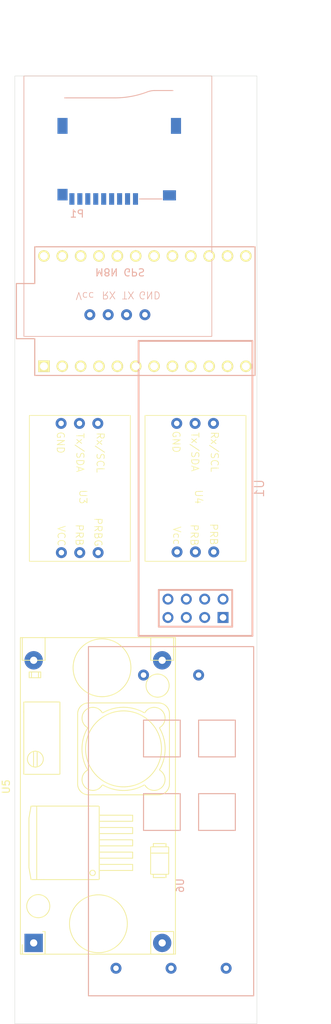
<source format=kicad_pcb>
(kicad_pcb (version 20240108) (generator "pcbnew") (generator_version "8.0")
  (layers (0 "F.Cu" signal) (31 "B.Cu" signal) (34 "B.Paste" user) (35 "F.Paste" user) (36 "B.SilkS" user "B.Silkscreen") (37 "F.SilkS" user "F.Silkscreen") (38 "B.Mask" user) (39 "F.Mask" user) (44 "Edge.Cuts" user))
  (net 0 "")
  (net 39 "Net-(P1-GND-PadG1)")
  (footprint "EZO_PH:EZO_PH" (layer "F.Cu") (at 88.445 113.68 -90)
    (property "Reference" "U3" (at 0 -0.5 -90) (layer "F.SilkS") (effects (font (thickness 0.1))))
    (property "Value" "EZO_PH")
    (fp_rect (start -11.26 -7.04) (end 8.9 6.93) (stroke (width 0.1)) (fill none) (layer "F.SilkS"))
    (fp_text user "PRBG" (at 2.8 -2 -90) (layer "F.SilkS") (effects (font (thickness 0.1)) (justify left bottom)))
    (fp_text user "VCC" (at 3.9 3.1 -90) (layer "F.SilkS") (effects (font (thickness 0.1)) (justify left bottom)))
    (fp_text user "GND" (at -9.1 3.2 -90) (layer "F.SilkS") (effects (font (thickness 0.1)) (justify left bottom)))
    (fp_text user "Rx/SCL" (at -9 -2.3 -90) (layer "F.SilkS") (effects (font (thickness 0.1)) (justify left bottom)))
    (fp_text user "PRB" (at 3.7 0.6 -90) (layer "F.SilkS") (effects (font (thickness 0.1)) (justify left bottom)))
    (fp_text user "Tx/SDA" (at -8.9 0.5 -90) (layer "F.SilkS") (effects (font (thickness 0.1)) (justify left bottom)))
    (pad "1" thru_hole circle (at -10.16 2.54 270) (size 1.524 1.524) (drill 0.762) (layers "*.Cu" "*.Mask"))
    (pad "2" thru_hole circle (at -10.16 0 270) (size 1.524 1.524) (drill 0.762) (layers "*.Cu" "*.Mask"))
    (pad "3" thru_hole circle (at -10.16 -2.54 270) (size 1.524 1.524) (drill 0.762) (layers "*.Cu" "*.Mask"))
    (pad "4" thru_hole circle (at 7.7 2.5 270) (size 1.524 1.524) (drill 0.762) (layers "*.Cu" "*.Mask"))
    (pad "5" thru_hole circle (at 7.7 -0.04 270) (size 1.524 1.524) (drill 0.762) (layers "*.Cu" "*.Mask"))
    (pad "6" thru_hole circle (at 7.7 -2.58 270) (size 1.524 1.524) (drill 0.762) (layers "*.Cu" "*.Mask"))
  )
  (footprint "LM2596:YAAJ_DCDC_StepDown_LM2596" (layer "F.Cu") (at 82.11 175.32 90)
    (property "Reference" "U5" (at 21.59 -3.81 90) (layer "F.SilkS"))
    (property "Value" "YAAJ_DCDC_StepDown_LM2596")
    (fp_line (start 42.195 -1.835) (end -1.555 -1.835) (stroke (width 0.12)) (layer "F.SilkS"))
    (fp_line (start -1.555 -1.835) (end -1.555 19.615) (stroke (width 0.12)) (layer "F.SilkS"))
    (fp_line (start 39.06 -1.58) (end 42.175 -1.58) (stroke (width 0.12)) (layer "F.SilkS"))
    (fp_line (start -1.55 -1.58) (end -0.25 -1.58) (stroke (width 0.12)) (layer "F.SilkS"))
    (fp_line (start 31.942312 -1.368705) (end 31.908357 -1.368705) (stroke (width 0.12)) (layer "F.SilkS"))
    (fp_line (start 31.858978 -1.368705) (end 31.814106 -1.368705) (stroke (width 0.12)) (layer "F.SilkS"))
    (fp_line (start 23.349783 -1.367705) (end 33.249783 -1.367705) (stroke (width 0.12)) (layer "F.SilkS"))
    (fp_line (start 33.299783 -1.317705) (end 33.299783 3.582294) (stroke (width 0.12)) (layer "F.SilkS"))
    (fp_line (start 17.260233 -0.653329) (end 18.910233 -0.36239) (stroke (width 0.12)) (layer "F.SilkS"))
    (fp_line (start 10.400233 -0.653329) (end 17.260233 -0.653329) (stroke (width 0.12)) (layer "F.SilkS"))
    (fp_line (start 37.448681 -0.619704) (end 36.648681 -0.619704) (stroke (width 0.12)) (layer "F.SilkS"))
    (fp_line (start 37.448681 -0.619704) (end 37.448681 0.980295) (stroke (width 0.12)) (layer "F.SilkS"))
    (fp_line (start 8.750233 -0.36239) (end 10.400233 -0.653329) (stroke (width 0.12)) (layer "F.SilkS"))
    (fp_line (start 36.648681 -0.299704) (end 37.448681 -0.299704) (stroke (width 0.12)) (layer "F.SilkS"))
    (fp_line (start 24.336385 -0.0491) (end 24.360553 -0.017705) (stroke (width 0.12)) (layer "F.SilkS"))
    (fp_line (start 26.439014 -0.017705) (end 24.360553 -0.017705) (stroke (width 0.12)) (layer "F.SilkS"))
    (fp_line (start 24.348594 0.007294) (end 24.355764 -0.023925) (stroke (width 0.12)) (layer "F.SilkS"))
    (fp_line (start 24.348594 0.007294) (end 24.360553 -0.017705) (stroke (width 0.12)) (layer "F.SilkS"))
    (fp_line (start 24.348594 0.007294) (end 24.324147 0.002062) (stroke (width 0.12)) (layer "F.SilkS"))
    (fp_line (start 18.910233 0.42667) (end 8.750233 0.42667) (stroke (width 0.12)) (layer "F.SilkS"))
    (fp_line (start 24.360553 0.482294) (end 26.439014 0.482294) (stroke (width 0.12)) (layer "F.SilkS"))
    (fp_line (start 37.448681 0.660295) (end 36.648681 0.660295) (stroke (width 0.12)) (layer "F.SilkS"))
    (fp_line (start 37.448681 0.980295) (end 36.648681 0.980295) (stroke (width 0.12)) (layer "F.SilkS"))
    (fp_line (start 36.648681 0.980295) (end 36.648681 -0.619704) (stroke (width 0.12)) (layer "F.SilkS"))
    (fp_line (start 8.749233 1.004149) (end 8.749233 1.165687) (stroke (width 0.12)) (layer "F.SilkS"))
    (fp_line (start 1.58 1.27) (end 1.58 1.58) (stroke (width 0.12)) (layer "F.SilkS"))
    (fp_line (start -1.55 1.575) (end 1.58 1.58) (stroke (width 0.12)) (layer "F.SilkS"))
    (fp_line (start 39.06 1.58) (end 39.06 -1.58) (stroke (width 0.12)) (layer "F.SilkS"))
    (fp_line (start 39.06 1.58) (end 42.22 1.58) (stroke (width 0.12)) (layer "F.SilkS"))
    (fp_line (start 23.299783 3.582294) (end 23.299783 -1.317705) (stroke (width 0.12)) (layer "F.SilkS"))
    (fp_line (start 33.249783 3.632294) (end 23.349783 3.632294) (stroke (width 0.12)) (layer "F.SilkS"))
    (fp_line (start 31.667397 6.085796) (end 21.967397 6.085796) (stroke (width 0.12)) (layer "F.SilkS"))
    (fp_line (start 20.467397 7.585796) (end 20.467397 17.285796) (stroke (width 0.12)) (layer "F.SilkS"))
    (fp_line (start 18.910233 8.989106) (end 18.910233 -0.36239) (stroke (width 0.12)) (layer "F.SilkS"))
    (fp_line (start 8.750233 8.989106) (end 8.750233 -0.36239) (stroke (width 0.12)) (layer "F.SilkS"))
    (fp_line (start 8.750233 8.989106) (end 8.827797 9.06667) (stroke (width 0.12)) (layer "F.SilkS"))
    (fp_line (start 18.83267 9.06667) (end 18.910233 8.989106) (stroke (width 0.12)) (layer "F.SilkS"))
    (fp_line (start 8.827797 9.06667) (end 18.83267 9.06667) (stroke (width 0.12)) (layer "F.SilkS"))
    (fp_line (start 17.650233 13.69667) (end 17.650233 9.06667) (stroke (width 0.12)) (layer "F.SilkS"))
    (fp_line (start 16.810233 13.69667) (end 16.810233 9.06667) (stroke (width 0.12)) (layer "F.SilkS"))
    (fp_line (start 16.810233 13.69667) (end 17.650233 13.69667) (stroke (width 0.12)) (layer "F.SilkS"))
    (fp_line (start 15.950233 13.69667) (end 15.950233 9.06667) (stroke (width 0.12)) (layer "F.SilkS"))
    (fp_line (start 15.110233 13.69667) (end 15.110233 9.06667) (stroke (width 0.12)) (layer "F.SilkS"))
    (fp_line (start 15.110233 13.69667) (end 15.950233 13.69667) (stroke (width 0.12)) (layer "F.SilkS"))
    (fp_line (start 14.250233 13.69667) (end 14.250233 9.06667) (stroke (width 0.12)) (layer "F.SilkS"))
    (fp_line (start 13.410233 13.69667) (end 13.410233 9.06667) (stroke (width 0.12)) (layer "F.SilkS"))
    (fp_line (start 13.410233 13.69667) (end 14.250233 13.69667) (stroke (width 0.12)) (layer "F.SilkS"))
    (fp_line (start 12.550233 13.69667) (end 12.550233 9.06667) (stroke (width 0.12)) (layer "F.SilkS"))
    (fp_line (start 11.710233 13.69667) (end 11.710233 9.06667) (stroke (width 0.12)) (layer "F.SilkS"))
    (fp_line (start 11.710233 13.69667) (end 12.550233 13.69667) (stroke (width 0.12)) (layer "F.SilkS"))
    (fp_line (start 10.850233 13.69667) (end 10.850233 9.06667) (stroke (width 0.12)) (layer "F.SilkS"))
    (fp_line (start 10.010233 13.69667) (end 10.010233 9.06667) (stroke (width 0.12)) (layer "F.SilkS"))
    (fp_line (start 10.010233 13.69667) (end 10.850233 13.69667) (stroke (width 0.12)) (layer "F.SilkS"))
    (fp_line (start 9.581636 16.183217) (end 13.181636 16.183217) (stroke (width 0.12)) (layer "F.SilkS"))
    (fp_line (start 39.06 16.2) (end 42.175 16.2) (stroke (width 0.12)) (layer "F.SilkS"))
    (fp_line (start 1.58 16.2) (end 1.58 19.36) (stroke (width 0.12)) (layer "F.SilkS"))
    (fp_line (start -1.55 16.2) (end 1.58 16.2) (stroke (width 0.12)) (layer "F.SilkS"))
    (fp_line (start 13.281636 16.283217) (end 13.281636 18.583217) (stroke (width 0.12)) (layer "F.SilkS"))
    (fp_line (start 12.411358 16.283217) (end 12.411358 18.583217) (stroke (width 0.12)) (layer "F.SilkS"))
    (fp_line (start 13.731636 16.558217) (end 13.731636 18.308217) (stroke (width 0.12)) (layer "F.SilkS"))
    (fp_line (start 13.281636 16.558217) (end 13.731636 16.558217) (stroke (width 0.12)) (layer "F.SilkS"))
    (fp_line (start 9.031636 16.558217) (end 9.481636 16.558217) (stroke (width 0.12)) (layer "F.SilkS"))
    (fp_line (start 13.282636 16.794696) (end 13.282636 16.700144) (stroke (width 0.12)) (layer "F.SilkS"))
    (fp_line (start 33.167397 17.285796) (end 33.167397 7.585796) (stroke (width 0.12)) (layer "F.SilkS"))
    (fp_line (start 13.731636 18.308217) (end 13.281636 18.308217) (stroke (width 0.12)) (layer "F.SilkS"))
    (fp_line (start 9.481636 18.308217) (end 9.031636 18.308217) (stroke (width 0.12)) (layer "F.SilkS"))
    (fp_line (start 9.031636 18.308217) (end 9.031636 16.558217) (stroke (width 0.12)) (layer "F.SilkS"))
    (fp_line (start 9.481636 18.583217) (end 9.481636 16.283217) (stroke (width 0.12)) (layer "F.SilkS"))
    (fp_line (start 13.181636 18.683217) (end 9.581636 18.683217) (stroke (width 0.12)) (layer "F.SilkS"))
    (fp_line (start 21.967397 18.785796) (end 31.667397 18.785796) (stroke (width 0.12)) (layer "F.SilkS"))
    (fp_line (start 39.06 19.36) (end 39.06 16.2) (stroke (width 0.12)) (layer "F.SilkS"))
    (fp_line (start 39.06 19.36) (end 42.175 19.36) (stroke (width 0.12)) (layer "F.SilkS"))
    (fp_line (start -1.55 19.36) (end 1.58 19.36) (stroke (width 0.12)) (layer "F.SilkS"))
    (fp_line (start 42.195 19.615) (end 42.195 -1.835) (stroke (width 0.12)) (layer "F.SilkS"))
    (fp_line (start -1.555 19.615) (end 42.195 19.615) (stroke (width 0.12)) (layer "F.SilkS"))
    (fp_arc (start 33.249783 -1.367705) (mid 33.285151 -1.353067) (end 33.299783 -1.317705) (stroke (width 0.12)) (layer "F.SilkS"))
    (fp_arc (start 23.299783 -1.317705) (mid 23.314428 -1.353063) (end 23.349783 -1.367705) (stroke (width 0.12)) (layer "F.SilkS"))
    (fp_arc (start 24.324148 0.462527) (mid 26.469639 -0.023582) (end 24.336385 0.51369) (stroke (width 0.12)) (layer "F.SilkS"))
    (fp_arc (start 33.299783 3.582294) (mid 33.285139 3.617647) (end 33.249783 3.632294) (stroke (width 0.12)) (layer "F.SilkS"))
    (fp_arc (start 23.349783 3.632294) (mid 23.314441 3.617643) (end 23.299783 3.582294) (stroke (width 0.12)) (layer "F.SilkS"))
    (fp_arc (start 31.667397 6.085796) (mid 32.728061 6.525135) (end 33.167397 7.585796) (stroke (width 0.12)) (layer "F.SilkS"))
    (fp_arc (start 29.787183 7.399531) (mid 29.726945 7.443551) (end 29.653011 7.433617) (stroke (width 0.12)) (layer "F.SilkS"))
    (fp_arc (start 29.787183 7.399531) (mid 32.120655 7.132547) (end 31.853662 9.466011) (stroke (width 0.12)) (layer "F.SilkS"))
    (fp_arc (start 23.981784 7.433617) (mid 26.817398 6.685796) (end 29.653011 7.433617) (stroke (width 0.12)) (layer "F.SilkS"))
    (fp_arc (start 23.981783 7.433617) (mid 23.907859 7.44352) (end 23.847611 7.399531) (stroke (width 0.12)) (layer "F.SilkS"))
    (fp_arc (start 20.467397 7.585796) (mid 20.906738 6.525137) (end 21.967397 6.085796) (stroke (width 0.12)) (layer "F.SilkS"))
    (fp_arc (start 21.781131 9.46601) (mid 21.825155 9.526249) (end 21.815218 9.600183) (stroke (width 0.12)) (layer "F.SilkS"))
    (fp_arc (start 21.781132 9.466011) (mid 21.514101 7.132501) (end 23.847611 7.399531) (stroke (width 0.12)) (layer "F.SilkS"))
    (fp_arc (start 31.819576 9.600183) (mid 32.567399 12.435797) (end 31.819576 15.27141) (stroke (width 0.12)) (layer "F.SilkS"))
    (fp_arc (start 31.819577 9.600184) (mid 31.809674 9.526259) (end 31.853662 9.466011) (stroke (width 0.12)) (layer "F.SilkS"))
    (fp_arc (start 21.815217 15.271409) (mid 21.825126 15.345337) (end 21.781132 15.405582) (stroke (width 0.12)) (layer "F.SilkS"))
    (fp_arc (start 21.815218 15.27141) (mid 21.067399 12.435797) (end 21.815218 9.600183) (stroke (width 0.12)) (layer "F.SilkS"))
    (fp_arc (start 31.853662 15.405582) (mid 32.120701 17.739101) (end 29.787183 17.472062) (stroke (width 0.12)) (layer "F.SilkS"))
    (fp_arc (start 31.853663 15.405583) (mid 31.809646 15.345344) (end 31.819576 15.27141) (stroke (width 0.12)) (layer "F.SilkS"))
    (fp_arc (start 13.181636 16.183217) (mid 13.252317 16.21252) (end 13.281636 16.283217) (stroke (width 0.12)) (layer "F.SilkS"))
    (fp_arc (start 9.481636 16.283217) (mid 9.510921 16.212508) (end 9.581636 16.183217) (stroke (width 0.12)) (layer "F.SilkS"))
    (fp_arc (start 33.167397 17.285796) (mid 32.728058 18.346458) (end 31.667397 18.785796) (stroke (width 0.12)) (layer "F.SilkS"))
    (fp_arc (start 29.653011 17.437976) (mid 26.817397 18.185797) (end 23.981783 17.437976) (stroke (width 0.12)) (layer "F.SilkS"))
    (fp_arc (start 29.653011 17.437976) (mid 29.726938 17.428069) (end 29.787183 17.472062) (stroke (width 0.12)) (layer "F.SilkS"))
    (fp_arc (start 23.847611 17.472062) (mid 21.514153 17.739048) (end 21.781132 15.405582) (stroke (width 0.12)) (layer "F.SilkS"))
    (fp_arc (start 23.847611 17.472062) (mid 23.90785 17.428041) (end 23.981783 17.437976) (stroke (width 0.12)) (layer "F.SilkS"))
    (fp_arc (start 13.281636 18.583217) (mid 13.252343 18.653929) (end 13.181636 18.683217) (stroke (width 0.12)) (layer "F.SilkS"))
    (fp_arc (start 9.581636 18.683217) (mid 9.510896 18.653941) (end 9.481636 18.583217) (stroke (width 0.12)) (layer "F.SilkS"))
    (fp_arc (start 21.967397 18.785796) (mid 20.90674 18.346455) (end 20.467397 17.285796) (stroke (width 0.12)) (layer "F.SilkS"))
    (fp_circle (center 5.08 0.635) (end 6.678999 0.635) (stroke (width 0.12)) (fill none) (layer "F.SilkS"))
    (fp_circle (center 9.673179 8.154594) (end 10.048179 8.154594) (stroke (width 0.12)) (fill none) (layer "F.SilkS"))
    (fp_circle (center 2.646666 8.957418) (end 6.646666 8.957418) (stroke (width 0.12)) (fill none) (layer "F.SilkS"))
    (fp_circle (center 38.029307 9.455206) (end 42.029307 9.455206) (stroke (width 0.12)) (fill none) (layer "F.SilkS"))
    (fp_circle (center 26.817397 12.435796) (end 32.067397 12.435796) (stroke (width 0.12)) (fill none) (layer "F.SilkS"))
    (fp_circle (center 35.56 17.145) (end 37.159 17.145) (stroke (width 0.12)) (fill none) (layer "F.SilkS"))
    (pad "1" thru_hole rect (at 0 0 90) (size 2.54 2.54) (drill 1) (layers "*.Cu" "*.Mask"))
    (pad "2" thru_hole circle (at 0 17.78 90) (size 2.54 2.54) (drill 1) (layers "*.Cu" "*.Mask"))
    (pad "3" thru_hole circle (at 39.06 17.78 90) (size 2.54 2.54) (drill 1) (layers "*.Cu" "*.Mask"))
    (pad "4" thru_hole circle (at 39.06 0 90) (size 2.54 2.54) (drill 1) (layers "*.Cu" "*.Mask"))
  )
  (footprint "EZO_TDS:EZO_TDS" (layer "F.Cu") (at 104.445 113.68 -90)
    (property "Reference" "U4" (at 0 -0.5 -90) (layer "F.SilkS") (effects (font (thickness 0.1))))
    (property "Value" "EZO_TDS")
    (fp_rect (start -11.26 -7.04) (end 8.9 6.93) (stroke (width 0.1)) (fill none) (layer "F.SilkS"))
    (fp_text user "Vcc" (at 4 3.1 -90) (layer "F.SilkS") (effects (font (thickness 0.1)) (justify left bottom)))
    (fp_text user "Tx/SDA" (at -9 0.6 -90) (layer "F.SilkS") (effects (font (thickness 0.1)) (justify left bottom)))
    (fp_text user "Rx/SCL" (at -9.1 -2.1 -90) (layer "F.SilkS") (effects (font (thickness 0.1)) (justify left bottom)))
    (fp_text user "PRB" (at 3.6 -2 -90) (layer "F.SilkS") (effects (font (thickness 0.1)) (justify left bottom)))
    (fp_text user "PRB" (at 3.7 0.7 -90) (layer "F.SilkS") (effects (font (thickness 0.1)) (justify left bottom)))
    (fp_text user "GND" (at -9.2 3.2 -90) (layer "F.SilkS") (effects (font (thickness 0.1)) (justify left bottom)))
    (pad "1" thru_hole circle (at -10.16 2.54 270) (size 1.524 1.524) (drill 0.762) (layers "*.Cu" "*.Mask"))
    (pad "2" thru_hole circle (at -10.16 0 270) (size 1.524 1.524) (drill 0.762) (layers "*.Cu" "*.Mask"))
    (pad "3" thru_hole circle (at -10.16 -2.54 270) (size 1.524 1.524) (drill 0.762) (layers "*.Cu" "*.Mask"))
    (pad "4" thru_hole circle (at 7.6 2.5 270) (size 1.524 1.524) (drill 0.762) (layers "*.Cu" "*.Mask"))
    (pad "5" thru_hole circle (at 7.6 -0.04 270) (size 1.524 1.524) (drill 0.762) (layers "*.Cu" "*.Mask"))
    (pad "6" thru_hole circle (at 7.6 -2.58 270) (size 1.524 1.524) (drill 0.762) (layers "*.Cu" "*.Mask"))
  )
  (footprint "promicro:ProMicro" (layer "F.Cu") (at 97.5 88)
    (property "Reference" "U2" (hide yes))
    (property "Value" "ProMicro")
    (fp_line (start -17.78 -3.81) (end -15.24 -3.81) (stroke (width 0.15)) (layer "B.SilkS"))
    (fp_line (start -17.78 3.81) (end -17.78 -3.81) (stroke (width 0.15)) (layer "B.SilkS"))
    (fp_line (start -15.24 -8.89) (end 15.24 -8.89) (stroke (width 0.15)) (layer "B.SilkS"))
    (fp_line (start -15.24 -3.81) (end -15.24 -8.89) (stroke (width 0.15)) (layer "B.SilkS"))
    (fp_line (start -15.24 3.81) (end -17.78 3.81) (stroke (width 0.15)) (layer "B.SilkS"))
    (fp_line (start -15.24 8.89) (end -15.24 3.81) (stroke (width 0.15)) (layer "B.SilkS"))
    (fp_line (start 15.24 -8.89) (end 15.24 8.89) (stroke (width 0.15)) (layer "B.SilkS"))
    (fp_line (start 15.24 8.89) (end -15.24 8.89) (stroke (width 0.15)) (layer "B.SilkS"))
    (fp_line (start -17.78 -3.81) (end -15.24 -3.81) (stroke (width 0.15)) (layer "F.SilkS"))
    (fp_line (start -17.78 3.81) (end -17.78 -3.81) (stroke (width 0.15)) (layer "F.SilkS"))
    (fp_line (start -15.24 -8.89) (end 15.24 -8.89) (stroke (width 0.15)) (layer "F.SilkS"))
    (fp_line (start -15.24 -3.81) (end -15.24 -8.89) (stroke (width 0.15)) (layer "F.SilkS"))
    (fp_line (start -15.24 3.81) (end -17.78 3.81) (stroke (width 0.15)) (layer "F.SilkS"))
    (fp_line (start -15.24 8.89) (end -15.24 3.81) (stroke (width 0.15)) (layer "F.SilkS"))
    (fp_line (start -15.24 8.89) (end 15.24 8.89) (stroke (width 0.15)) (layer "F.SilkS"))
    (fp_line (start 15.24 -8.89) (end 15.24 8.89) (stroke (width 0.15)) (layer "F.SilkS"))
    (pad "1" thru_hole rect (at -13.97 7.62) (size 1.6 1.6) (drill 1.1) (layers "*.Cu" "*.Mask" "F.SilkS"))
    (pad "2" thru_hole circle (at -11.43 7.62) (size 1.6 1.6) (drill 1.1) (layers "*.Cu" "*.Mask" "F.SilkS"))
    (pad "3" thru_hole circle (at -8.89 7.62) (size 1.6 1.6) (drill 1.1) (layers "*.Cu" "*.Mask" "F.SilkS"))
    (pad "4" thru_hole circle (at -6.35 7.62) (size 1.6 1.6) (drill 1.1) (layers "*.Cu" "*.Mask" "F.SilkS"))
    (pad "5" thru_hole circle (at -3.81 7.62) (size 1.6 1.6) (drill 1.1) (layers "*.Cu" "*.Mask" "F.SilkS"))
    (pad "6" thru_hole circle (at -1.27 7.62) (size 1.6 1.6) (drill 1.1) (layers "*.Cu" "*.Mask" "F.SilkS"))
    (pad "7" thru_hole circle (at 1.27 7.62) (size 1.6 1.6) (drill 1.1) (layers "*.Cu" "*.Mask" "F.SilkS"))
    (pad "8" thru_hole circle (at 3.81 7.62) (size 1.6 1.6) (drill 1.1) (layers "*.Cu" "*.Mask" "F.SilkS"))
    (pad "9" thru_hole circle (at 6.35 7.62) (size 1.6 1.6) (drill 1.1) (layers "*.Cu" "*.Mask" "F.SilkS"))
    (pad "10" thru_hole circle (at 8.89 7.62) (size 1.6 1.6) (drill 1.1) (layers "*.Cu" "*.Mask" "F.SilkS"))
    (pad "11" thru_hole circle (at 11.43 7.62) (size 1.6 1.6) (drill 1.1) (layers "*.Cu" "*.Mask" "F.SilkS"))
    (pad "12" thru_hole circle (at 13.97 7.62) (size 1.6 1.6) (drill 1.1) (layers "*.Cu" "*.Mask" "F.SilkS"))
    (pad "13" thru_hole circle (at 13.97 -7.62) (size 1.6 1.6) (drill 1.1) (layers "*.Cu" "*.Mask" "F.SilkS"))
    (pad "14" thru_hole circle (at 11.43 -7.62) (size 1.6 1.6) (drill 1.1) (layers "*.Cu" "*.Mask" "F.SilkS"))
    (pad "15" thru_hole circle (at 8.89 -7.62) (size 1.6 1.6) (drill 1.1) (layers "*.Cu" "*.Mask" "F.SilkS"))
    (pad "16" thru_hole circle (at 6.35 -7.62) (size 1.6 1.6) (drill 1.1) (layers "*.Cu" "*.Mask" "F.SilkS"))
    (pad "17" thru_hole circle (at 3.81 -7.62) (size 1.6 1.6) (drill 1.1) (layers "*.Cu" "*.Mask" "F.SilkS"))
    (pad "18" thru_hole circle (at 1.27 -7.62) (size 1.6 1.6) (drill 1.1) (layers "*.Cu" "*.Mask" "F.SilkS"))
    (pad "19" thru_hole circle (at -1.27 -7.62) (size 1.6 1.6) (drill 1.1) (layers "*.Cu" "*.Mask" "F.SilkS"))
    (pad "20" thru_hole circle (at -3.81 -7.62) (size 1.6 1.6) (drill 1.1) (layers "*.Cu" "*.Mask" "F.SilkS"))
    (pad "21" thru_hole circle (at -6.35 -7.62) (size 1.6 1.6) (drill 1.1) (layers "*.Cu" "*.Mask" "F.SilkS"))
    (pad "22" thru_hole circle (at -8.89 -7.62) (size 1.6 1.6) (drill 1.1) (layers "*.Cu" "*.Mask" "F.SilkS"))
    (pad "23" thru_hole circle (at -11.43 -7.62) (size 1.6 1.6) (drill 1.1) (layers "*.Cu" "*.Mask" "F.SilkS"))
    (pad "24" thru_hole circle (at -13.97 -7.62) (size 1.6 1.6) (drill 1.1) (layers "*.Cu" "*.Mask" "F.SilkS"))
  )
  (footprint "Ublox_Neo_M8N_GPS:Ublox_Neo_M8N_GPS" (layer "B.Cu") (at 80.76 91.5)
    (property "Reference" "M8N_GPS1" (hide yes))
    (property "Value" "~")
    (fp_rect (start 26 -36) (end 0 0) (stroke (width 0.1)) (fill none) (layer "B.SilkS"))
    (fp_text user "TX" (at 13.5 -6.3 180) (layer "B.SilkS") (effects (font (thickness 0.1)) (justify left bottom mirror)))
    (fp_text user "RX" (at 10.7 -6.3 180) (layer "B.SilkS") (effects (font (thickness 0.1)) (justify left bottom mirror)))
    (fp_text user "GND" (at 15.8 -6.3 180) (layer "B.SilkS") (effects (font (thickness 0.1)) (justify left bottom mirror)))
    (fp_text user "Vcc" (at 7.1 -6.2 180) (layer "B.SilkS") (effects (font (thickness 0.1)) (justify left bottom mirror)))
    (fp_text user "M8N GPS" (at 13.3 -8.9 180) (layer "B.SilkS") (effects (justify mirror)))
    (pad "1" thru_hole circle (at 9.12 -3) (size 1.524 1.524) (drill 0.762) (layers "*.Cu" "*.Mask"))
    (pad "2" thru_hole circle (at 11.66 -3) (size 1.524 1.524) (drill 0.762) (layers "*.Cu" "*.Mask"))
    (pad "3" thru_hole circle (at 14.2 -3) (size 1.524 1.524) (drill 0.762) (layers "*.Cu" "*.Mask"))
    (pad "4" thru_hole circle (at 16.74 -3) (size 1.524 1.524) (drill 0.762) (layers "*.Cu" "*.Mask"))
  )
  (footprint "NRF24L01+PA-LNA:NRF24L01+PA/LNA-FOOTPRINT" (layer "B.Cu") (at 104.5 129.0735 90)
    (property "Reference" "U1" (at 16.5735 8.836 90) (layer "B.SilkS") (effects (font (size 1.27 1.27)) (justify mirror)))
    (property "Value" "NRF24L01_Breakout")
    (fp_line (start 36.957 -7.874) (end -3.81 -7.874) (stroke (width 0.254)) (layer "B.SilkS"))
    (fp_line (start -3.81 -7.874) (end -3.81 7.874) (stroke (width 0.254)) (layer "B.SilkS"))
    (fp_line (start 2.54 -5.08) (end 2.54 5.08) (stroke (width 0.254)) (layer "B.SilkS"))
    (fp_line (start -2.54 -5.08) (end 2.54 -5.08) (stroke (width 0.254)) (layer "B.SilkS"))
    (fp_line (start 2.54 5.08) (end -2.54 5.08) (stroke (width 0.254)) (layer "B.SilkS"))
    (fp_line (start -2.54 5.08) (end -2.54 -5.08) (stroke (width 0.254)) (layer "B.SilkS"))
    (fp_line (start 36.957 7.874) (end 36.957 -7.874) (stroke (width 0.254)) (layer "B.SilkS"))
    (fp_line (start -3.81 7.874) (end 36.957 7.874) (stroke (width 0.254)) (layer "B.SilkS"))
    (pad "1" thru_hole rect (at -1.27 3.81 90) (size 1.524 1.524) (drill 0.9144) (layers "*.Cu" "*.Mask"))
    (pad "2" thru_hole oval (at 1.27 3.81 90) (size 1.524 1.524) (drill 0.9144) (layers "*.Cu" "*.Mask"))
    (pad "3" thru_hole oval (at -1.27 1.27 90) (size 1.524 1.524) (drill 0.9144) (layers "*.Cu" "*.Mask"))
    (pad "4" thru_hole oval (at 1.27 1.27 90) (size 1.524 1.524) (drill 0.9144) (layers "*.Cu" "*.Mask"))
    (pad "5" thru_hole oval (at -1.27 -1.27 90) (size 1.524 1.524) (drill 0.9144) (layers "*.Cu" "*.Mask"))
    (pad "6" thru_hole oval (at 1.27 -1.27 90) (size 1.524 1.524) (drill 0.9144) (layers "*.Cu" "*.Mask"))
    (pad "7" thru_hole oval (at -1.27 -3.81 90) (size 1.524 1.524) (drill 0.9144) (layers "*.Cu" "*.Mask"))
    (pad "8" thru_hole oval (at 1.27 -3.81 90) (size 1.524 1.524) (drill 0.9144) (layers "*.Cu" "*.Mask"))
    (zone (net 0) (net_name "") (layer "B.SilkS") (priority 100) (connect_pads yes (clearance 0)) (min_thickness 0) (fill (thermal_gap 0.5) (thermal_bridge_width 0.5))
      (polygon (pts (xy 107.04 131.6135) (xy 109.58 131.6135) (xy 109.707 131.2325) (xy 109.58 131.3595) (xy 109.58 129.0735) (xy 107.04 129.0735)))
    )
  )
  (footprint "ST-TF-003A:SUNTECH_ST-TF-003A" (layer "B.Cu") (at 92.68 67.17)
    (property "Reference" "P1" (at -4.57732 7.38873 0) (layer "B.SilkS") (effects (font (size 1.000504 1.000504)) (justify mirror)))
    (property "Value" "ST-TF-003A")
    (fp_line (start -6.287 -8.64) (end 0.6469 -8.64) (stroke (width 0.127)) (layer "B.SilkS"))
    (fp_line (start 4.07 5.33) (end 7.17 5.33) (stroke (width 0.127)) (layer "B.SilkS"))
    (fp_line (start 6.1679 -9.656) (end 8.699 -9.656) (stroke (width 0.127)) (layer "B.SilkS"))
    (fp_arc (start 5.168 -9.472) (mid 2.945408 -8.849734) (end 0.6469 -8.64) (stroke (width 0.127)) (layer "B.SilkS"))
    (fp_arc (start 5.168 -9.472) (mid 5.659554 -9.609623) (end 6.1679 -9.656) (stroke (width 0.127)) (layer "B.SilkS"))
    (pad "" np_thru_hole circle (at -3.68 -5.17) (size 0.9 0.9) (drill 0.9) (layers "*.Cu" "*.Mask"))
    (pad "" np_thru_hole circle (at 4.32 -5.17) (size 0.9 0.9) (drill 0.9) (layers "*.Cu" "*.Mask"))
    (pad "1" smd rect (at 3.52 5.33) (size 0.7 1.6) (layers "B.Cu" "B.Paste" "B.Mask"))
    (pad "2" smd rect (at 2.42 5.33) (size 0.7 1.6) (layers "B.Cu" "B.Paste" "B.Mask"))
    (pad "3" smd rect (at 1.32 5.33) (size 0.7 1.6) (layers "B.Cu" "B.Paste" "B.Mask"))
    (pad "4" smd rect (at 0.22 5.33) (size 0.7 1.6) (layers "B.Cu" "B.Paste" "B.Mask"))
    (pad "5" smd rect (at -0.88 5.33) (size 0.7 1.6) (layers "B.Cu" "B.Paste" "B.Mask"))
    (pad "6" smd rect (at -1.98 5.33) (size 0.7 1.6) (layers "B.Cu" "B.Paste" "B.Mask"))
    (pad "7" smd rect (at -3.08 5.33) (size 0.7 1.6) (layers "B.Cu" "B.Paste" "B.Mask"))
    (pad "8" smd rect (at -4.18 5.33) (size 0.7 1.6) (layers "B.Cu" "B.Paste" "B.Mask"))
    (pad "9" smd rect (at -5.28 5.33) (size 0.7 1.6) (layers "B.Cu" "B.Paste" "B.Mask"))
    (pad "G1" smd rect (at -6.58 4.73) (size 1.4 1.6) (layers "B.Cu" "B.Paste" "B.Mask") (net 39 "Net-(P1-GND-PadG1)"))
    (pad "G2" smd rect (at -6.58 -4.77) (size 1.4 2.2) (layers "B.Cu" "B.Paste" "B.Mask") (net 39 "Net-(P1-GND-PadG1)"))
    (pad "G3" smd rect (at 9.12 -4.77) (size 1.4 2.2) (layers "B.Cu" "B.Paste" "B.Mask") (net 39 "Net-(P1-GND-PadG1)"))
    (pad "G4" smd rect (at 8.22 4.83) (size 1.8 1.4) (layers "B.Cu" "B.Paste" "B.Mask") (net 39 "Net-(P1-GND-PadG1)"))
  )
  (footprint "megasaturnv_custom_components:HX-2S-JH20" (layer "B.Cu") (at 101.12 158.5 -90)
    (property "Reference" "U6" (at 8.89 -1.27 90) (layer "B.SilkS") (effects (justify mirror)))
    (property "Value" "HX-2S-JH20")
    (fp_line (start -24.13 11.43) (end -24.13 -11.43) (stroke (width 0.15)) (layer "B.SilkS"))
    (fp_line (start 24.13 11.43) (end -24.13 11.43) (stroke (width 0.15)) (layer "B.SilkS"))
    (fp_line (start -13.97 3.81) (end -8.89 3.81) (stroke (width 0.15)) (layer "B.SilkS"))
    (fp_line (start -8.89 3.81) (end -8.89 -1.27) (stroke (width 0.15)) (layer "B.SilkS"))
    (fp_line (start -3.81 3.81) (end 1.27 3.81) (stroke (width 0.15)) (layer "B.SilkS"))
    (fp_line (start 1.27 3.81) (end 1.27 -1.27) (stroke (width 0.15)) (layer "B.SilkS"))
    (fp_line (start -13.97 -1.27) (end -13.97 3.81) (stroke (width 0.15)) (layer "B.SilkS"))
    (fp_line (start -8.89 -1.27) (end -13.97 -1.27) (stroke (width 0.15)) (layer "B.SilkS"))
    (fp_line (start -3.81 -1.27) (end -3.81 3.81) (stroke (width 0.15)) (layer "B.SilkS"))
    (fp_line (start 1.27 -1.27) (end -3.81 -1.27) (stroke (width 0.15)) (layer "B.SilkS"))
    (fp_line (start -13.97 -3.81) (end -8.89 -3.81) (stroke (width 0.15)) (layer "B.SilkS"))
    (fp_line (start -8.89 -3.81) (end -8.89 -8.89) (stroke (width 0.15)) (layer "B.SilkS"))
    (fp_line (start -3.81 -3.81) (end 1.27 -3.81) (stroke (width 0.15)) (layer "B.SilkS"))
    (fp_line (start 1.27 -3.81) (end 1.27 -8.89) (stroke (width 0.15)) (layer "B.SilkS"))
    (fp_line (start -13.97 -8.89) (end -13.97 -3.81) (stroke (width 0.15)) (layer "B.SilkS"))
    (fp_line (start -8.89 -8.89) (end -13.97 -8.89) (stroke (width 0.15)) (layer "B.SilkS"))
    (fp_line (start -3.81 -8.89) (end -3.81 -3.81) (stroke (width 0.15)) (layer "B.SilkS"))
    (fp_line (start 1.27 -8.89) (end -3.81 -8.89) (stroke (width 0.15)) (layer "B.SilkS"))
    (fp_line (start -24.13 -11.43) (end 24.13 -11.43) (stroke (width 0.15)) (layer "B.SilkS"))
    (fp_line (start 24.13 -11.43) (end 24.13 11.43) (stroke (width 0.15)) (layer "B.SilkS"))
    (pad "1" thru_hole circle (at -20.2 -3.81 270) (size 1.524 1.524) (drill 0.762) (layers "*.Cu" "*.Mask"))
    (pad "2" thru_hole circle (at -20.2 3.81 270) (size 1.524 1.524) (drill 0.762) (layers "*.Cu" "*.Mask"))
    (pad "3" thru_hole circle (at 20.32 -7.62 270) (size 1.524 1.524) (drill 0.762) (layers "*.Cu" "*.Mask"))
    (pad "4" thru_hole circle (at 20.32 0 270) (size 1.524 1.524) (drill 0.762) (layers "*.Cu" "*.Mask"))
    (pad "5" thru_hole circle (at 20.32 7.62 270) (size 1.524 1.524) (drill 0.762) (layers "*.Cu" "*.Mask"))
  )
  (gr_rect (start 79.5 55.5) (end 113 186.5) (stroke (width 0.05)) (fill none) (layer "Edge.Cuts"))
)
</source>
